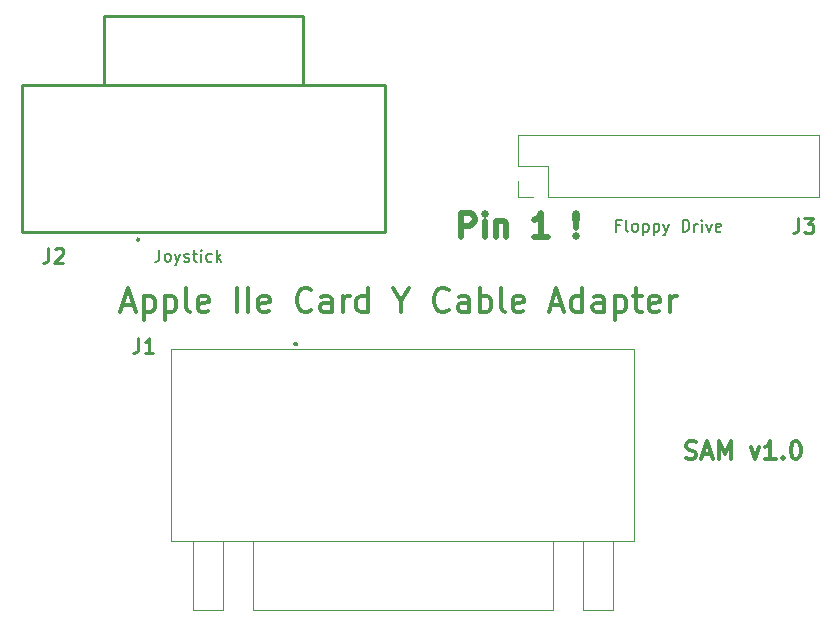
<source format=gbr>
%TF.GenerationSoftware,KiCad,Pcbnew,(5.1.6)-1*%
%TF.CreationDate,2020-07-21T19:36:40-05:00*%
%TF.ProjectId,AppleIIeCardYCable,4170706c-6549-4496-9543-617264594361,rev?*%
%TF.SameCoordinates,Original*%
%TF.FileFunction,Legend,Top*%
%TF.FilePolarity,Positive*%
%FSLAX46Y46*%
G04 Gerber Fmt 4.6, Leading zero omitted, Abs format (unit mm)*
G04 Created by KiCad (PCBNEW (5.1.6)-1) date 2020-07-21 19:36:40*
%MOMM*%
%LPD*%
G01*
G04 APERTURE LIST*
%ADD10C,0.300000*%
%ADD11C,0.150000*%
%ADD12C,0.500000*%
%ADD13C,0.100000*%
%ADD14C,0.254000*%
%ADD15C,0.120000*%
G04 APERTURE END LIST*
D10*
X171672857Y-88237142D02*
X171887142Y-88308571D01*
X172244285Y-88308571D01*
X172387142Y-88237142D01*
X172458571Y-88165714D01*
X172530000Y-88022857D01*
X172530000Y-87880000D01*
X172458571Y-87737142D01*
X172387142Y-87665714D01*
X172244285Y-87594285D01*
X171958571Y-87522857D01*
X171815714Y-87451428D01*
X171744285Y-87380000D01*
X171672857Y-87237142D01*
X171672857Y-87094285D01*
X171744285Y-86951428D01*
X171815714Y-86880000D01*
X171958571Y-86808571D01*
X172315714Y-86808571D01*
X172530000Y-86880000D01*
X173101428Y-87880000D02*
X173815714Y-87880000D01*
X172958571Y-88308571D02*
X173458571Y-86808571D01*
X173958571Y-88308571D01*
X174458571Y-88308571D02*
X174458571Y-86808571D01*
X174958571Y-87880000D01*
X175458571Y-86808571D01*
X175458571Y-88308571D01*
X177172857Y-87308571D02*
X177530000Y-88308571D01*
X177887142Y-87308571D01*
X179244285Y-88308571D02*
X178387142Y-88308571D01*
X178815714Y-88308571D02*
X178815714Y-86808571D01*
X178672857Y-87022857D01*
X178530000Y-87165714D01*
X178387142Y-87237142D01*
X179887142Y-88165714D02*
X179958571Y-88237142D01*
X179887142Y-88308571D01*
X179815714Y-88237142D01*
X179887142Y-88165714D01*
X179887142Y-88308571D01*
X180887142Y-86808571D02*
X181030000Y-86808571D01*
X181172857Y-86880000D01*
X181244285Y-86951428D01*
X181315714Y-87094285D01*
X181387142Y-87380000D01*
X181387142Y-87737142D01*
X181315714Y-88022857D01*
X181244285Y-88165714D01*
X181172857Y-88237142D01*
X181030000Y-88308571D01*
X180887142Y-88308571D01*
X180744285Y-88237142D01*
X180672857Y-88165714D01*
X180601428Y-88022857D01*
X180530000Y-87737142D01*
X180530000Y-87380000D01*
X180601428Y-87094285D01*
X180672857Y-86951428D01*
X180744285Y-86880000D01*
X180887142Y-86808571D01*
X123939047Y-75263333D02*
X124891428Y-75263333D01*
X123748571Y-75834761D02*
X124415238Y-73834761D01*
X125081904Y-75834761D01*
X125748571Y-74501428D02*
X125748571Y-76501428D01*
X125748571Y-74596666D02*
X125939047Y-74501428D01*
X126319999Y-74501428D01*
X126510476Y-74596666D01*
X126605714Y-74691904D01*
X126700952Y-74882380D01*
X126700952Y-75453809D01*
X126605714Y-75644285D01*
X126510476Y-75739523D01*
X126319999Y-75834761D01*
X125939047Y-75834761D01*
X125748571Y-75739523D01*
X127558095Y-74501428D02*
X127558095Y-76501428D01*
X127558095Y-74596666D02*
X127748571Y-74501428D01*
X128129523Y-74501428D01*
X128319999Y-74596666D01*
X128415238Y-74691904D01*
X128510476Y-74882380D01*
X128510476Y-75453809D01*
X128415238Y-75644285D01*
X128319999Y-75739523D01*
X128129523Y-75834761D01*
X127748571Y-75834761D01*
X127558095Y-75739523D01*
X129653333Y-75834761D02*
X129462857Y-75739523D01*
X129367619Y-75549047D01*
X129367619Y-73834761D01*
X131177142Y-75739523D02*
X130986666Y-75834761D01*
X130605714Y-75834761D01*
X130415238Y-75739523D01*
X130319999Y-75549047D01*
X130319999Y-74787142D01*
X130415238Y-74596666D01*
X130605714Y-74501428D01*
X130986666Y-74501428D01*
X131177142Y-74596666D01*
X131272380Y-74787142D01*
X131272380Y-74977619D01*
X130319999Y-75168095D01*
X133653333Y-75834761D02*
X133653333Y-73834761D01*
X134605714Y-75834761D02*
X134605714Y-73834761D01*
X136319999Y-75739523D02*
X136129523Y-75834761D01*
X135748571Y-75834761D01*
X135558095Y-75739523D01*
X135462857Y-75549047D01*
X135462857Y-74787142D01*
X135558095Y-74596666D01*
X135748571Y-74501428D01*
X136129523Y-74501428D01*
X136319999Y-74596666D01*
X136415238Y-74787142D01*
X136415238Y-74977619D01*
X135462857Y-75168095D01*
X139939047Y-75644285D02*
X139843809Y-75739523D01*
X139558095Y-75834761D01*
X139367619Y-75834761D01*
X139081904Y-75739523D01*
X138891428Y-75549047D01*
X138796190Y-75358571D01*
X138700952Y-74977619D01*
X138700952Y-74691904D01*
X138796190Y-74310952D01*
X138891428Y-74120476D01*
X139081904Y-73930000D01*
X139367619Y-73834761D01*
X139558095Y-73834761D01*
X139843809Y-73930000D01*
X139939047Y-74025238D01*
X141653333Y-75834761D02*
X141653333Y-74787142D01*
X141558095Y-74596666D01*
X141367619Y-74501428D01*
X140986666Y-74501428D01*
X140796190Y-74596666D01*
X141653333Y-75739523D02*
X141462857Y-75834761D01*
X140986666Y-75834761D01*
X140796190Y-75739523D01*
X140700952Y-75549047D01*
X140700952Y-75358571D01*
X140796190Y-75168095D01*
X140986666Y-75072857D01*
X141462857Y-75072857D01*
X141653333Y-74977619D01*
X142605714Y-75834761D02*
X142605714Y-74501428D01*
X142605714Y-74882380D02*
X142700952Y-74691904D01*
X142796190Y-74596666D01*
X142986666Y-74501428D01*
X143177142Y-74501428D01*
X144700952Y-75834761D02*
X144700952Y-73834761D01*
X144700952Y-75739523D02*
X144510476Y-75834761D01*
X144129523Y-75834761D01*
X143939047Y-75739523D01*
X143843809Y-75644285D01*
X143748571Y-75453809D01*
X143748571Y-74882380D01*
X143843809Y-74691904D01*
X143939047Y-74596666D01*
X144129523Y-74501428D01*
X144510476Y-74501428D01*
X144700952Y-74596666D01*
X147558095Y-74882380D02*
X147558095Y-75834761D01*
X146891428Y-73834761D02*
X147558095Y-74882380D01*
X148224761Y-73834761D01*
X151558095Y-75644285D02*
X151462857Y-75739523D01*
X151177142Y-75834761D01*
X150986666Y-75834761D01*
X150700952Y-75739523D01*
X150510476Y-75549047D01*
X150415238Y-75358571D01*
X150319999Y-74977619D01*
X150319999Y-74691904D01*
X150415238Y-74310952D01*
X150510476Y-74120476D01*
X150700952Y-73930000D01*
X150986666Y-73834761D01*
X151177142Y-73834761D01*
X151462857Y-73930000D01*
X151558095Y-74025238D01*
X153272380Y-75834761D02*
X153272380Y-74787142D01*
X153177142Y-74596666D01*
X152986666Y-74501428D01*
X152605714Y-74501428D01*
X152415238Y-74596666D01*
X153272380Y-75739523D02*
X153081904Y-75834761D01*
X152605714Y-75834761D01*
X152415238Y-75739523D01*
X152319999Y-75549047D01*
X152319999Y-75358571D01*
X152415238Y-75168095D01*
X152605714Y-75072857D01*
X153081904Y-75072857D01*
X153272380Y-74977619D01*
X154224761Y-75834761D02*
X154224761Y-73834761D01*
X154224761Y-74596666D02*
X154415238Y-74501428D01*
X154796190Y-74501428D01*
X154986666Y-74596666D01*
X155081904Y-74691904D01*
X155177142Y-74882380D01*
X155177142Y-75453809D01*
X155081904Y-75644285D01*
X154986666Y-75739523D01*
X154796190Y-75834761D01*
X154415238Y-75834761D01*
X154224761Y-75739523D01*
X156319999Y-75834761D02*
X156129523Y-75739523D01*
X156034285Y-75549047D01*
X156034285Y-73834761D01*
X157843809Y-75739523D02*
X157653333Y-75834761D01*
X157272380Y-75834761D01*
X157081904Y-75739523D01*
X156986666Y-75549047D01*
X156986666Y-74787142D01*
X157081904Y-74596666D01*
X157272380Y-74501428D01*
X157653333Y-74501428D01*
X157843809Y-74596666D01*
X157939047Y-74787142D01*
X157939047Y-74977619D01*
X156986666Y-75168095D01*
X160224761Y-75263333D02*
X161177142Y-75263333D01*
X160034285Y-75834761D02*
X160700952Y-73834761D01*
X161367619Y-75834761D01*
X162891428Y-75834761D02*
X162891428Y-73834761D01*
X162891428Y-75739523D02*
X162700952Y-75834761D01*
X162319999Y-75834761D01*
X162129523Y-75739523D01*
X162034285Y-75644285D01*
X161939047Y-75453809D01*
X161939047Y-74882380D01*
X162034285Y-74691904D01*
X162129523Y-74596666D01*
X162319999Y-74501428D01*
X162700952Y-74501428D01*
X162891428Y-74596666D01*
X164700952Y-75834761D02*
X164700952Y-74787142D01*
X164605714Y-74596666D01*
X164415238Y-74501428D01*
X164034285Y-74501428D01*
X163843809Y-74596666D01*
X164700952Y-75739523D02*
X164510476Y-75834761D01*
X164034285Y-75834761D01*
X163843809Y-75739523D01*
X163748571Y-75549047D01*
X163748571Y-75358571D01*
X163843809Y-75168095D01*
X164034285Y-75072857D01*
X164510476Y-75072857D01*
X164700952Y-74977619D01*
X165653333Y-74501428D02*
X165653333Y-76501428D01*
X165653333Y-74596666D02*
X165843809Y-74501428D01*
X166224761Y-74501428D01*
X166415238Y-74596666D01*
X166510476Y-74691904D01*
X166605714Y-74882380D01*
X166605714Y-75453809D01*
X166510476Y-75644285D01*
X166415238Y-75739523D01*
X166224761Y-75834761D01*
X165843809Y-75834761D01*
X165653333Y-75739523D01*
X167177142Y-74501428D02*
X167939047Y-74501428D01*
X167462857Y-73834761D02*
X167462857Y-75549047D01*
X167558095Y-75739523D01*
X167748571Y-75834761D01*
X167939047Y-75834761D01*
X169367619Y-75739523D02*
X169177142Y-75834761D01*
X168796190Y-75834761D01*
X168605714Y-75739523D01*
X168510476Y-75549047D01*
X168510476Y-74787142D01*
X168605714Y-74596666D01*
X168796190Y-74501428D01*
X169177142Y-74501428D01*
X169367619Y-74596666D01*
X169462857Y-74787142D01*
X169462857Y-74977619D01*
X168510476Y-75168095D01*
X170319999Y-75834761D02*
X170319999Y-74501428D01*
X170319999Y-74882380D02*
X170415238Y-74691904D01*
X170510476Y-74596666D01*
X170700952Y-74501428D01*
X170891428Y-74501428D01*
D11*
X166084761Y-68508571D02*
X165751428Y-68508571D01*
X165751428Y-69032380D02*
X165751428Y-68032380D01*
X166227619Y-68032380D01*
X166751428Y-69032380D02*
X166656190Y-68984761D01*
X166608571Y-68889523D01*
X166608571Y-68032380D01*
X167275238Y-69032380D02*
X167180000Y-68984761D01*
X167132380Y-68937142D01*
X167084761Y-68841904D01*
X167084761Y-68556190D01*
X167132380Y-68460952D01*
X167180000Y-68413333D01*
X167275238Y-68365714D01*
X167418095Y-68365714D01*
X167513333Y-68413333D01*
X167560952Y-68460952D01*
X167608571Y-68556190D01*
X167608571Y-68841904D01*
X167560952Y-68937142D01*
X167513333Y-68984761D01*
X167418095Y-69032380D01*
X167275238Y-69032380D01*
X168037142Y-68365714D02*
X168037142Y-69365714D01*
X168037142Y-68413333D02*
X168132380Y-68365714D01*
X168322857Y-68365714D01*
X168418095Y-68413333D01*
X168465714Y-68460952D01*
X168513333Y-68556190D01*
X168513333Y-68841904D01*
X168465714Y-68937142D01*
X168418095Y-68984761D01*
X168322857Y-69032380D01*
X168132380Y-69032380D01*
X168037142Y-68984761D01*
X168941904Y-68365714D02*
X168941904Y-69365714D01*
X168941904Y-68413333D02*
X169037142Y-68365714D01*
X169227619Y-68365714D01*
X169322857Y-68413333D01*
X169370476Y-68460952D01*
X169418095Y-68556190D01*
X169418095Y-68841904D01*
X169370476Y-68937142D01*
X169322857Y-68984761D01*
X169227619Y-69032380D01*
X169037142Y-69032380D01*
X168941904Y-68984761D01*
X169751428Y-68365714D02*
X169989523Y-69032380D01*
X170227619Y-68365714D02*
X169989523Y-69032380D01*
X169894285Y-69270476D01*
X169846666Y-69318095D01*
X169751428Y-69365714D01*
X171370476Y-69032380D02*
X171370476Y-68032380D01*
X171608571Y-68032380D01*
X171751428Y-68080000D01*
X171846666Y-68175238D01*
X171894285Y-68270476D01*
X171941904Y-68460952D01*
X171941904Y-68603809D01*
X171894285Y-68794285D01*
X171846666Y-68889523D01*
X171751428Y-68984761D01*
X171608571Y-69032380D01*
X171370476Y-69032380D01*
X172370476Y-69032380D02*
X172370476Y-68365714D01*
X172370476Y-68556190D02*
X172418095Y-68460952D01*
X172465714Y-68413333D01*
X172560952Y-68365714D01*
X172656190Y-68365714D01*
X172989523Y-69032380D02*
X172989523Y-68365714D01*
X172989523Y-68032380D02*
X172941904Y-68080000D01*
X172989523Y-68127619D01*
X173037142Y-68080000D01*
X172989523Y-68032380D01*
X172989523Y-68127619D01*
X173370476Y-68365714D02*
X173608571Y-69032380D01*
X173846666Y-68365714D01*
X174608571Y-68984761D02*
X174513333Y-69032380D01*
X174322857Y-69032380D01*
X174227619Y-68984761D01*
X174180000Y-68889523D01*
X174180000Y-68508571D01*
X174227619Y-68413333D01*
X174322857Y-68365714D01*
X174513333Y-68365714D01*
X174608571Y-68413333D01*
X174656190Y-68508571D01*
X174656190Y-68603809D01*
X174180000Y-68699047D01*
X127087619Y-70572380D02*
X127087619Y-71286666D01*
X127040000Y-71429523D01*
X126944761Y-71524761D01*
X126801904Y-71572380D01*
X126706666Y-71572380D01*
X127706666Y-71572380D02*
X127611428Y-71524761D01*
X127563809Y-71477142D01*
X127516190Y-71381904D01*
X127516190Y-71096190D01*
X127563809Y-71000952D01*
X127611428Y-70953333D01*
X127706666Y-70905714D01*
X127849523Y-70905714D01*
X127944761Y-70953333D01*
X127992380Y-71000952D01*
X128040000Y-71096190D01*
X128040000Y-71381904D01*
X127992380Y-71477142D01*
X127944761Y-71524761D01*
X127849523Y-71572380D01*
X127706666Y-71572380D01*
X128373333Y-70905714D02*
X128611428Y-71572380D01*
X128849523Y-70905714D02*
X128611428Y-71572380D01*
X128516190Y-71810476D01*
X128468571Y-71858095D01*
X128373333Y-71905714D01*
X129182857Y-71524761D02*
X129278095Y-71572380D01*
X129468571Y-71572380D01*
X129563809Y-71524761D01*
X129611428Y-71429523D01*
X129611428Y-71381904D01*
X129563809Y-71286666D01*
X129468571Y-71239047D01*
X129325714Y-71239047D01*
X129230476Y-71191428D01*
X129182857Y-71096190D01*
X129182857Y-71048571D01*
X129230476Y-70953333D01*
X129325714Y-70905714D01*
X129468571Y-70905714D01*
X129563809Y-70953333D01*
X129897142Y-70905714D02*
X130278095Y-70905714D01*
X130040000Y-70572380D02*
X130040000Y-71429523D01*
X130087619Y-71524761D01*
X130182857Y-71572380D01*
X130278095Y-71572380D01*
X130611428Y-71572380D02*
X130611428Y-70905714D01*
X130611428Y-70572380D02*
X130563809Y-70620000D01*
X130611428Y-70667619D01*
X130659047Y-70620000D01*
X130611428Y-70572380D01*
X130611428Y-70667619D01*
X131516190Y-71524761D02*
X131420952Y-71572380D01*
X131230476Y-71572380D01*
X131135238Y-71524761D01*
X131087619Y-71477142D01*
X131040000Y-71381904D01*
X131040000Y-71096190D01*
X131087619Y-71000952D01*
X131135238Y-70953333D01*
X131230476Y-70905714D01*
X131420952Y-70905714D01*
X131516190Y-70953333D01*
X131944761Y-71572380D02*
X131944761Y-70572380D01*
X132040000Y-71191428D02*
X132325714Y-71572380D01*
X132325714Y-70905714D02*
X131944761Y-71286666D01*
D12*
X152622857Y-69484761D02*
X152622857Y-67484761D01*
X153384761Y-67484761D01*
X153575238Y-67580000D01*
X153670476Y-67675238D01*
X153765714Y-67865714D01*
X153765714Y-68151428D01*
X153670476Y-68341904D01*
X153575238Y-68437142D01*
X153384761Y-68532380D01*
X152622857Y-68532380D01*
X154622857Y-69484761D02*
X154622857Y-68151428D01*
X154622857Y-67484761D02*
X154527619Y-67580000D01*
X154622857Y-67675238D01*
X154718095Y-67580000D01*
X154622857Y-67484761D01*
X154622857Y-67675238D01*
X155575238Y-68151428D02*
X155575238Y-69484761D01*
X155575238Y-68341904D02*
X155670476Y-68246666D01*
X155860952Y-68151428D01*
X156146666Y-68151428D01*
X156337142Y-68246666D01*
X156432380Y-68437142D01*
X156432380Y-69484761D01*
X159956190Y-69484761D02*
X158813333Y-69484761D01*
X159384761Y-69484761D02*
X159384761Y-67484761D01*
X159194285Y-67770476D01*
X159003809Y-67960952D01*
X158813333Y-68056190D01*
X162337142Y-69294285D02*
X162432380Y-69389523D01*
X162337142Y-69484761D01*
X162241904Y-69389523D01*
X162337142Y-69294285D01*
X162337142Y-69484761D01*
X162337142Y-68722857D02*
X162241904Y-67580000D01*
X162337142Y-67484761D01*
X162432380Y-67580000D01*
X162337142Y-68722857D01*
X162337142Y-67484761D01*
D13*
%TO.C,J1*%
X128050001Y-79020001D02*
X167290001Y-79020001D01*
X167290001Y-79020001D02*
X167290001Y-95220001D01*
X167290001Y-95220001D02*
X128050001Y-95220001D01*
X128050001Y-95220001D02*
X128050001Y-79020001D01*
X129890001Y-95220001D02*
X129890001Y-101120001D01*
X129890001Y-101120001D02*
X132430001Y-101120001D01*
X132430001Y-101120001D02*
X132430001Y-95220001D01*
X134970001Y-95220001D02*
X134970001Y-101120001D01*
X134970001Y-101120001D02*
X160370001Y-101120001D01*
X160370001Y-101120001D02*
X160370001Y-95220001D01*
X162910001Y-95220001D02*
X162910001Y-101120001D01*
X162910001Y-101120001D02*
X165450001Y-101120001D01*
X165450001Y-101120001D02*
X165450001Y-95220001D01*
D10*
X138670001Y-78570001D02*
X138670001Y-78570001D01*
X138570001Y-78570001D02*
X138570001Y-78570001D01*
X138570001Y-78570001D02*
G75*
G02*
X138670001Y-78570001I50000J0D01*
G01*
X138670001Y-78570001D02*
G75*
G02*
X138570001Y-78570001I-50000J0D01*
G01*
D14*
%TO.C,J2*%
X146215000Y-69100000D02*
X146215000Y-56600000D01*
X146215000Y-56600000D02*
X115405000Y-56600000D01*
X115405000Y-56600000D02*
X115405000Y-69100000D01*
X115405000Y-69100000D02*
X146215000Y-69100000D01*
X139270000Y-56600000D02*
X139270000Y-50800000D01*
X139270000Y-50800000D02*
X122350000Y-50800000D01*
X122350000Y-50800000D02*
X122350000Y-56600000D01*
X125334720Y-69704000D02*
G75*
G03*
X125334720Y-69704000I-70720J0D01*
G01*
D15*
%TO.C,J3*%
X182940000Y-66100000D02*
X182940000Y-60900000D01*
X160020000Y-66100000D02*
X182940000Y-66100000D01*
X157420000Y-60900000D02*
X182940000Y-60900000D01*
X160020000Y-66100000D02*
X160020000Y-63500000D01*
X160020000Y-63500000D02*
X157420000Y-63500000D01*
X157420000Y-63500000D02*
X157420000Y-60900000D01*
X158750000Y-66100000D02*
X157420000Y-66100000D01*
X157420000Y-66100000D02*
X157420000Y-64770000D01*
%TO.C,J1*%
D14*
X125306666Y-78044523D02*
X125306666Y-78951666D01*
X125246190Y-79133095D01*
X125125238Y-79254047D01*
X124943809Y-79314523D01*
X124822857Y-79314523D01*
X126576666Y-79314523D02*
X125850952Y-79314523D01*
X126213809Y-79314523D02*
X126213809Y-78044523D01*
X126092857Y-78225952D01*
X125971904Y-78346904D01*
X125850952Y-78407380D01*
%TO.C,J2*%
X117686666Y-70424523D02*
X117686666Y-71331666D01*
X117626190Y-71513095D01*
X117505238Y-71634047D01*
X117323809Y-71694523D01*
X117202857Y-71694523D01*
X118230952Y-70545476D02*
X118291428Y-70485000D01*
X118412380Y-70424523D01*
X118714761Y-70424523D01*
X118835714Y-70485000D01*
X118896190Y-70545476D01*
X118956666Y-70666428D01*
X118956666Y-70787380D01*
X118896190Y-70968809D01*
X118170476Y-71694523D01*
X118956666Y-71694523D01*
%TO.C,J3*%
X181186666Y-67884523D02*
X181186666Y-68791666D01*
X181126190Y-68973095D01*
X181005238Y-69094047D01*
X180823809Y-69154523D01*
X180702857Y-69154523D01*
X181670476Y-67884523D02*
X182456666Y-67884523D01*
X182033333Y-68368333D01*
X182214761Y-68368333D01*
X182335714Y-68428809D01*
X182396190Y-68489285D01*
X182456666Y-68610238D01*
X182456666Y-68912619D01*
X182396190Y-69033571D01*
X182335714Y-69094047D01*
X182214761Y-69154523D01*
X181851904Y-69154523D01*
X181730952Y-69094047D01*
X181670476Y-69033571D01*
%TD*%
M02*

</source>
